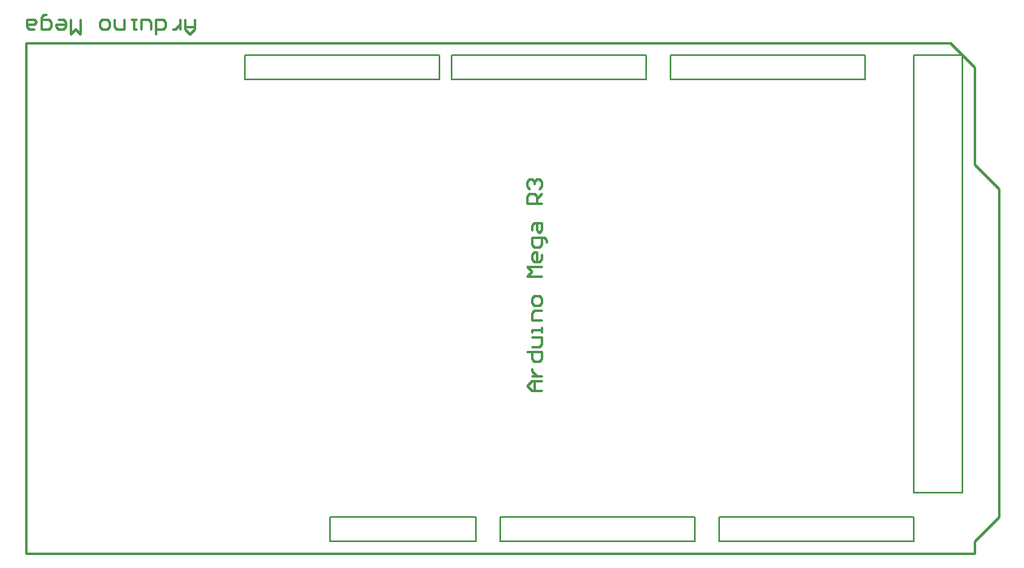
<source format=gbo>
G04*
G04 #@! TF.GenerationSoftware,Altium Limited,Altium Designer,21.2.2 (38)*
G04*
G04 Layer_Color=32896*
%FSLAX25Y25*%
%MOIN*%
G70*
G04*
G04 #@! TF.SameCoordinates,29F7D32E-A79C-4082-AA7E-55410590E176*
G04*
G04*
G04 #@! TF.FilePolarity,Positive*
G04*
G01*
G75*
%ADD12C,0.00787*%
%ADD13C,0.01000*%
D12*
X584000Y217000D02*
Y397000D01*
X564000Y217000D02*
Y397000D01*
Y217000D02*
X584000D01*
X564000Y397000D02*
X584000D01*
X394000Y197000D02*
Y207000D01*
X474000D01*
Y197000D02*
Y207000D01*
X394000Y197000D02*
X474000D01*
X484000D02*
Y207000D01*
X564000D01*
Y197000D02*
Y207000D01*
X484000Y197000D02*
X564000D01*
X289000Y387000D02*
Y397000D01*
X369000D01*
Y387000D02*
Y397000D01*
X289000Y387000D02*
X369000D01*
X374000D02*
Y397000D01*
X454000D01*
Y387000D02*
Y397000D01*
X374000Y387000D02*
X454000D01*
X324000Y207000D02*
X384000D01*
X324000Y197000D02*
X384000D01*
Y207000D01*
X324000Y197000D02*
Y207000D01*
X464000Y387000D02*
X544000D01*
Y397000D01*
X464000D02*
X544000D01*
X464000Y387000D02*
Y397000D01*
D13*
X579000Y402000D02*
X589000Y392000D01*
Y352000D02*
Y392000D01*
Y351961D02*
X599000Y341961D01*
Y207000D02*
Y341961D01*
X589000Y197000D02*
X599000Y207000D01*
X589000Y192000D02*
Y197000D01*
X199000Y192000D02*
X205457D01*
X589000D01*
X199000D02*
Y198457D01*
Y402000D01*
X579000D01*
X411000Y259014D02*
X407001D01*
X405002Y261013D01*
X407001Y263013D01*
X411000D01*
X408001D01*
Y259014D01*
X407001Y265012D02*
X411000D01*
X409001D01*
X408001Y266012D01*
X407001Y267011D01*
Y268011D01*
X405002Y275009D02*
X411000D01*
Y272010D01*
X410001Y271010D01*
X408001D01*
X407001Y272010D01*
Y275009D01*
Y277008D02*
X410001D01*
X411000Y278008D01*
Y281007D01*
X407001D01*
X411000Y283006D02*
Y285006D01*
Y284006D01*
X407001D01*
Y283006D01*
X411000Y288005D02*
X407001D01*
Y291004D01*
X408001Y292003D01*
X411000D01*
Y295002D02*
Y297002D01*
X410001Y298002D01*
X408001D01*
X407001Y297002D01*
Y295002D01*
X408001Y294003D01*
X410001D01*
X411000Y295002D01*
Y305999D02*
X405002D01*
X407001Y307998D01*
X405002Y309998D01*
X411000D01*
Y314996D02*
Y312997D01*
X410001Y311997D01*
X408001D01*
X407001Y312997D01*
Y314996D01*
X408001Y315996D01*
X409001D01*
Y311997D01*
X413000Y319994D02*
Y320994D01*
X412000Y321994D01*
X407001D01*
Y318995D01*
X408001Y317995D01*
X410001D01*
X411000Y318995D01*
Y321994D01*
X407001Y324993D02*
Y326992D01*
X408001Y327992D01*
X411000D01*
Y324993D01*
X410001Y323993D01*
X409001Y324993D01*
Y327992D01*
X411000Y335989D02*
X405002D01*
Y338988D01*
X406002Y339988D01*
X408001D01*
X409001Y338988D01*
Y335989D01*
Y337988D02*
X411000Y339988D01*
X406002Y341987D02*
X405002Y342987D01*
Y344986D01*
X406002Y345986D01*
X407001D01*
X408001Y344986D01*
Y343987D01*
Y344986D01*
X409001Y345986D01*
X410001D01*
X411000Y344986D01*
Y342987D01*
X410001Y341987D01*
X268500Y411500D02*
Y407501D01*
X266501Y405502D01*
X264501Y407501D01*
Y411500D01*
Y408501D01*
X268500D01*
X262502Y407501D02*
Y411500D01*
Y409501D01*
X261502Y408501D01*
X260503Y407501D01*
X259503D01*
X252505Y405502D02*
Y411500D01*
X255504D01*
X256504Y410500D01*
Y408501D01*
X255504Y407501D01*
X252505D01*
X250506D02*
Y410500D01*
X249506Y411500D01*
X246507D01*
Y407501D01*
X244508Y411500D02*
X242508D01*
X243508D01*
Y407501D01*
X244508D01*
X239509Y411500D02*
Y407501D01*
X236510D01*
X235511Y408501D01*
Y411500D01*
X232512D02*
X230512D01*
X229513Y410500D01*
Y408501D01*
X230512Y407501D01*
X232512D01*
X233511Y408501D01*
Y410500D01*
X232512Y411500D01*
X221515D02*
Y405502D01*
X219516Y407501D01*
X217516Y405502D01*
Y411500D01*
X212518D02*
X214517D01*
X215517Y410500D01*
Y408501D01*
X214517Y407501D01*
X212518D01*
X211518Y408501D01*
Y409501D01*
X215517D01*
X207520Y413499D02*
X206520D01*
X205520Y412500D01*
Y407501D01*
X208519D01*
X209519Y408501D01*
Y410500D01*
X208519Y411500D01*
X205520D01*
X202521Y407501D02*
X200522D01*
X199522Y408501D01*
Y411500D01*
X202521D01*
X203521Y410500D01*
X202521Y409501D01*
X199522D01*
M02*

</source>
